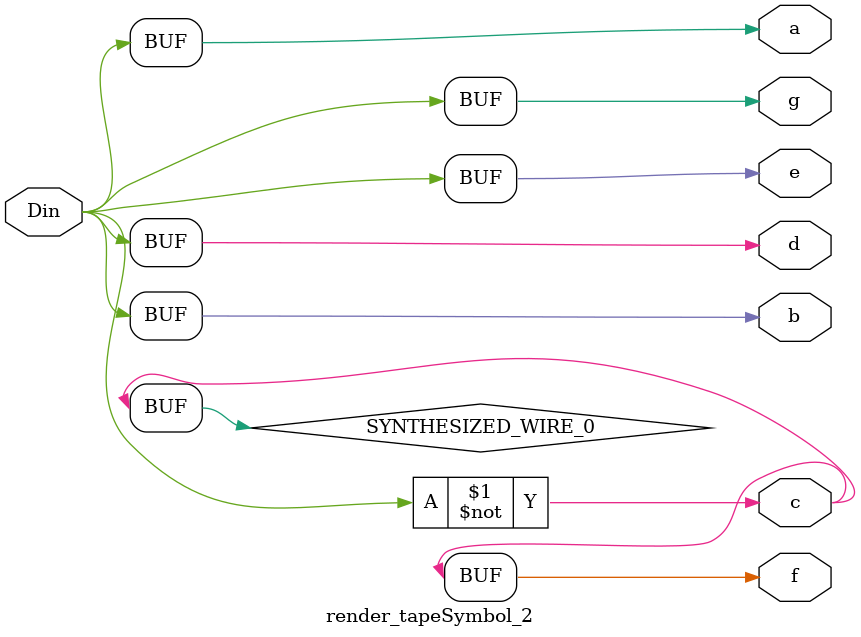
<source format=v>


module render_tapeSymbol_2(
	Din,
	a,
	b,
	c,
	d,
	e,
	f,
	g
);


input wire	Din;
output wire	a;
output wire	b;
output wire	c;
output wire	d;
output wire	e;
output wire	f;
output wire	g;

wire	SYNTHESIZED_WIRE_0;

assign	a = Din;
assign	b = Din;
assign	d = Din;
assign	e = Din;
assign	g = Din;
assign	c = SYNTHESIZED_WIRE_0;
assign	f = SYNTHESIZED_WIRE_0;



assign	SYNTHESIZED_WIRE_0 =  ~Din;


endmodule

</source>
